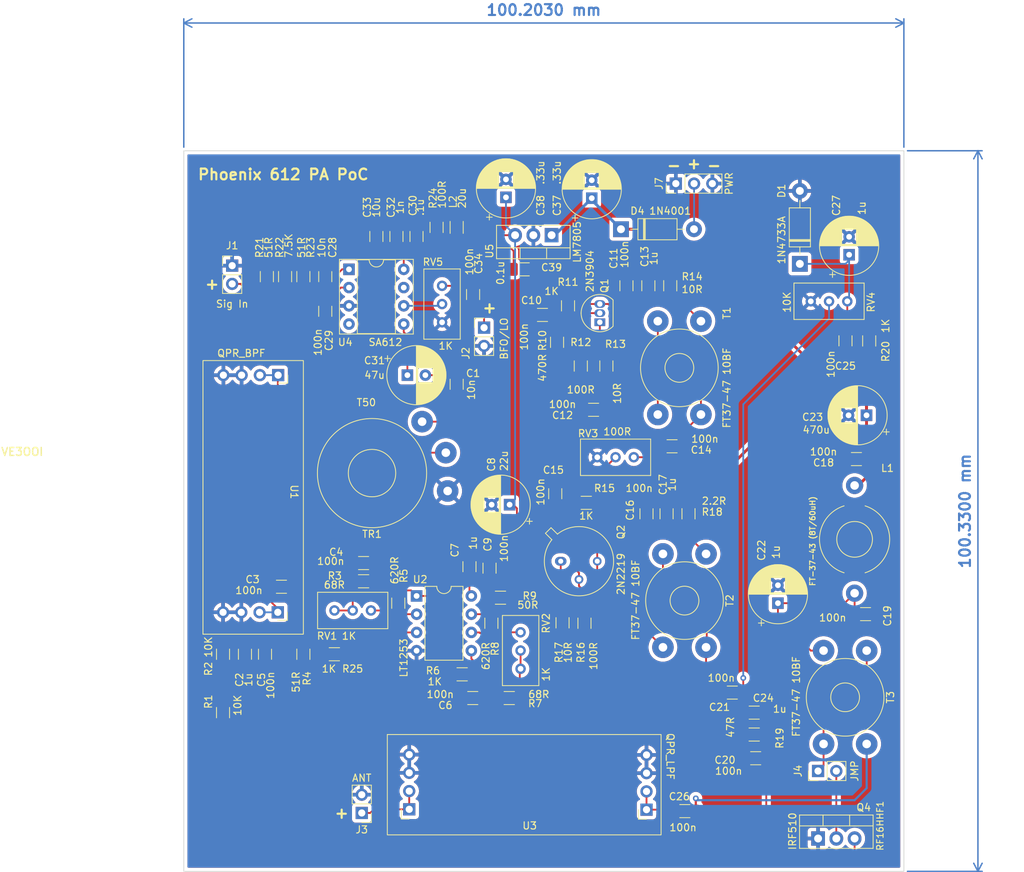
<source format=kicad_pcb>
(kicad_pcb (version 20211014) (generator pcbnew)
  (layers (0 "F.Cu" signal) (31 "B.Cu" power) (34 "B.Paste" user) (35 "F.Paste" user) (36 "B.SilkS" user "B.Silkscreen") (37 "F.SilkS" user "F.Silkscreen") (38 "B.Mask" user) (39 "F.Mask" user) (44 "Edge.Cuts" user))
  (net 0 "")
  (net 1 "IFPAOUT")
  (net 2 "Net-(C1-Pad2)")
  (net 3 "Net-(C2-Pad1)")
  (net 4 "GND")
  (net 5 "Net-(C3-Pad1)")
  (net 6 "Net-(C4-Pad1)")
  (net 7 "Net-(C6-Pad1)")
  (net 8 "TX5V")
  (net 9 "PA_IN")
  (net 10 "Net-(C10-Pad2)")
  (net 11 "Net-(C11-Pad1)")
  (net 12 "Net-(C12-Pad1)")
  (net 13 "Net-(C14-Pad2)")
  (net 14 "Net-(C15-Pad1)")
  (net 15 "Net-(C15-Pad2)")
  (net 16 "Net-(C16-Pad1)")
  (net 17 "TX12V")
  (net 18 "Net-(C20-Pad2)")
  (net 19 "Net-(C21-Pad1)")
  (net 20 "Net-(C25-Pad1)")
  (net 21 "Net-(C26-Pad1)")
  (net 22 "Net-(C26-Pad2)")
  (net 23 "Net-(C28-Pad1)")
  (net 24 "Net-(C28-Pad2)")
  (net 25 "Net-(C29-Pad1)")
  (net 26 "Net-(C30-Pad1)")
  (net 27 "Net-(C31-Pad1)")
  (net 28 "Net-(C34-Pad1)")
  (net 29 "Net-(C34-Pad2)")
  (net 30 "Net-(D4-Pad2)")
  (net 31 "Net-(J1-Pad2)")
  (net 32 "Net-(L2-Pad2)")
  (net 33 "Net-(Q2-Pad1)")
  (net 34 "Net-(R3-Pad1)")
  (net 35 "Net-(R5-Pad1)")
  (net 36 "Net-(R5-Pad2)")
  (net 37 "Net-(R6-Pad2)")
  (net 38 "Net-(R7-Pad1)")
  (net 39 "Net-(R8-Pad1)")
  (net 40 "Net-(R8-Pad2)")
  (net 41 "Net-(RV5-Pad2)")
  (net 42 "Net-(J3-Pad1)")
  (net 45 "Net-(Q1-Pad1)")
  (net 46 "Net-(Q1-Pad3)")
  (net 47 "Net-(C3-Pad2)")
  (net 48 "Net-(R25-Pad2)")
  (net 49 "Net-(C19-Pad1)")
  (net 50 "Net-(C20-Pad1)")
  (net 51 "Net-(Q2-Pad3)")
  (net 52 "Net-(Q4-Pad2)")
  (net 53 "Net-(U1-Pad1)")
  (net 54 "Net-(C14-Pad1)")
  (net 55 "Net-(T3-Pad2)")
  (footprint "Capacitor_SMD:C_1206_3216Metric" (layer "F.Cu") (at 63.754 73.152 90)
    (fp_text reference "C7")
    (fp_text value "1u")
  )
  (footprint "Resistor_SMD:R_1206_3216Metric" (layer "F.Cu") (at 66.802 81.026 -90)
    (fp_text reference "R8")
    (fp_text value "620R")
  )
  (footprint "Resistor_SMD:R_1206_3216Metric" (layer "F.Cu") (at 29.464 93.472 90)
    (fp_text reference "R1")
    (fp_text value "10K")
  )
  (footprint "Capacitor_SMD:C_1206_3216Metric" (layer "F.Cu") (at 81.026 51.308 180)
    (fp_text reference "C12")
    (fp_text value "100n")
  )
  (footprint "Capacitor_SMD:C_1206_3216Metric" (layer "F.Cu") (at 103.378 93.472)
    (fp_text reference "C24")
    (fp_text value "1u")
  )
  (footprint "Capacitor_SMD:C_1206_3216Metric" (layer "F.Cu") (at 100.33 90.678 180)
    (fp_text reference "C21")
    (fp_text value "100n")
  )
  (footprint "Capacitor_SMD:C_1206_3216Metric" (layer "F.Cu") (at 64.262 35.257 90)
    (fp_text reference "C34")
    (fp_text value "100n")
  )
  (footprint "Capacitor_THT:CP_Radial_D8.0mm_P2.50mm" (layer "F.Cu") (at 119.0087 52.07 180)
    (fp_text reference "C23")
    (fp_text value "470u")
  )
  (footprint "Capacitor_SMD:C_1206_3216Metric" (layer "F.Cu") (at 66.548 73.357 90)
    (fp_text reference "C9")
    (fp_text value "100n")
  )
  (footprint "Capacitor_SMD:C_1206_3216Metric" (layer "F.Cu") (at 43.688 37.592 -90)
    (fp_text reference "C29")
    (fp_text value "100n")
  )
  (footprint "Transformer_THT:Transformer_Toroid_Horizontal_D10.5mm_Amidon-T37" (layer "F.Cu") (at 90.678 71.374 -90)
    (fp_text reference "T2")
    (fp_text value "FT37-47 10BF")
  )
  (footprint "Resistor_SMD:R_1206_3216Metric" (layer "F.Cu") (at 53.848 78.232 90)
    (fp_text reference "R5")
    (fp_text value "620R")
  )
  (footprint "Resistor_SMD:R_1206_3216Metric" (layer "F.Cu") (at 82.804 45.212 90)
    (fp_text reference "R13")
    (fp_text value "10R")
  )
  (footprint "Transformer_THT:Transformer_Toroid_Horizontal_D10.5mm_Amidon-T37" (layer "F.Cu") (at 89.964 38.966 -90)
    (fp_text reference "T1")
    (fp_text value "FT37-47 10BF")
  )
  (footprint "Inductor_THT:L_Toroid_Horizontal_D9.5mm_P15.00mm_Diameter10-5mm_Amidon-T37" (layer "F.Cu") (at 117.348 61.842 -90)
    (fp_text reference "L1")
    (fp_text value "FT-37-43 (8T/60uH)")
  )
  (footprint "Capacitor_THT:CP_Radial_D8.0mm_P2.50mm" (layer "F.Cu") (at 80.772 21.844 90)
    (fp_text reference "C37")
    (fp_text value ".33u")
  )
  (footprint "Connector_PinHeader_2.54mm:PinHeader_1x02_P2.54mm_Vertical" (layer "F.Cu") (at 30.734 31.237)
    (fp_text reference "J1")
    (fp_text value "Sig In")
  )
  (footprint "Capacitor_SMD:C_1206_3216Metric" (layer "F.Cu") (at 64.213 91.44 180)
    (fp_text reference "C6")
    (fp_text value "100n")
  )
  (footprint "Potentiometer_THT:Potentiometer_Bourns_3296W_Vertical" (layer "F.Cu") (at 111.252 36.202 180)
    (fp_text reference "RV4")
    (fp_text value "10K")
  )
  (footprint "Capacitor_THT:CP_Radial_D8.0mm_P2.50mm" (layer "F.Cu") (at 68.834 21.7267 90)
    (fp_text reference "C38")
    (fp_text value ".33u")
  )
  (footprint "Resistor_SMD:R_1206_3216Metric" (layer "F.Cu") (at 68.072 77.47)
    (fp_text reference "R9")
    (fp_text value "50R")
  )
  (footprint "Potentiometer_THT:Potentiometer_Bourns_3296W_Vertical" (layer "F.Cu") (at 59.944 39.126 -90)
    (fp_text reference "RV5")
    (fp_text value "1K")
  )
  (footprint "Custom_RF:QRPLabs_Filter_TH" (layer "F.Cu") (at 78.232 101.6 180)
    (fp_text reference "U3")
    (fp_text value "QPR_LPF")
  )
  (footprint "Resistor_SMD:R_1206_3216Metric" (layer "F.Cu") (at 38.1 32.766 90)
    (fp_text reference "R22")
    (fp_text value "7.5K")
  )
  (footprint "Resistor_SMD:R_1206_3216Metric" (layer "F.Cu") (at 59.182 25.908 -90)
    (fp_text reference "R24")
    (fp_text value "100R")
  )
  (footprint "Capacitor_THT:CP_Radial_D8.0mm_P2.50mm" (layer "F.Cu") (at 106.68 78.232 90)
    (fp_text reference "C22")
    (fp_text value "1u")
  )
  (footprint "Capacitor_SMD:C_1206_3216Metric" (layer "F.Cu") (at 61.976 47.752 -90)
    (fp_text reference "C1")
    (fp_text value "10n")
  )
  (footprint "Package_TO_SOT_THT:TO-39-3" (layer "F.Cu") (at 76.454 72.39)
    (fp_text reference "Q2")
    (fp_text value "2N2219")
  )
  (footprint "Custom_RF:T50-1Tap-Close" (layer "F.Cu") (at 61.736 61.595 180)
    (fp_text reference "TR1")
    (fp_text value "T50 ")
  )
  (footprint "Capacitor_SMD:C_1206_3216Metric" (layer "F.Cu") (at 71.374 31.75)
    (fp_text reference "C39")
    (fp_text value "0.1u")
  )
  (footprint "Diode_THT:D_DO-41_SOD81_P10.16mm_Horizontal" (layer "F.Cu") (at 84.836 26.162)
    (fp_text reference "D4")
    (fp_text value "1N4001")
  )
  (footprint "Potentiometer_THT:Potentiometer_Bourns_3296W_Vertical" (layer "F.Cu") (at 50.048 79.248)
    (fp_text reference "RV1")
    (fp_text value "1K")
  )
  (footprint "Resistor_SMD:R_1206_3216Metric" (layer "F.Cu") (at 35.56 32.766 90)
    (fp_text reference "R21")
    (fp_text value "51R")
  )
  (footprint "Capacitor_THT:CP_Radial_D8.0mm_P2.50mm" (layer "F.Cu") (at 116.586 29.718 90)
    (fp_text reference "C27")
    (fp_text value "1u")
  )
  (footprint "Package_DIP:DIP-8_W7.62mm" (layer "F.Cu") (at 56.398 77.226)
    (fp_text reference "U2")
    (fp_text value "LT1253")
  )
  (footprint "Capacitor_SMD:C_1206_3216Metric" (layer "F.Cu") (at 88.646 34.036 90)
    (fp_text reference "C13")
    (fp_text value "1u")
  )
  (footprint "Capacitor_SMD:C_1206_3216Metric" (layer "F.Cu") (at 93.726 107.188 180)
    (fp_text reference "C26")
    (fp_text value "100n")
  )
  (footprint "Resistor_SMD:R_1206_3216Metric" (layer "F.Cu") (at 119.38 41.7175 90)
    (fp_text reference "R20")
    (fp_text value "1K")
  )
  (footprint "Resistor_SMD:R_1206_3216Metric" (layer "F.Cu") (at 94.234 65.786 90)
    (fp_text reference "R18")
    (fp_text value "2.2R")
  )
  (footprint "Connector_PinHeader_2.54mm:PinHeader_1x03_P2.54mm_Vertical" (layer "F.Cu") (at 92.471 19.812 90)
    (fp_text reference "J7")
    (fp_text value "PWR")
  )
  (footprint "Inductor_SMD:L_1206_3216Metric" (layer "F.Cu") (at 61.976 25.908 90)
    (fp_text reference "L2")
    (fp_text value "20u")
  )
  (footprint "Capacitor_SMD:C_1206_3216Metric" (layer "F.Cu") (at 53.594 27.178 90)
    (fp_text reference "C32")
    (fp_text value "1n")
  )
  (footprint "Transformer_THT:Transformer_Toroid_Horizontal_D10.5mm_Amidon-T37" (layer "F.Cu") (at 113.03 84.836 -90)
    (fp_text reference "T3")
    (fp_text value "FT37-47 10BF")
  )
  (footprint "Capacitor_THT:CP_Radial_D8.0mm_P2.50mm" (layer "F.Cu") (at 69.342 64.516 180)
    (fp_text reference "C8")
    (fp_text value "22u")
  )
  (footprint "Package_TO_SOT_THT:TO-220-3_Vertical" (layer "F.Cu") (at 75.184 26.995 180)
    (fp_text reference "U5")
    (fp_text value "LM7805")
  )
  (footprint "Resistor_SMD:R_1206_3216Metric" (layer "F.Cu") (at 29.464 85.344 90)
    (fp_text reference "R2")
    (fp_text value "10K")
  )
  (footprint "Resistor_SMD:R_1206_3216Metric" (layer "F.Cu") (at 40.64 85.344 -90)
    (fp_text reference "R4")
    (fp_text value "51R")
  )
  (footprint "Capacitor_SMD:C_1206_3216Metric" (layer "F.Cu") (at 88.392 65.786 90)
    (fp_text reference "C16")
    (fp_text value "100n")
  )
  (footprint "Custom_RF:QRPLabs_Filter_TH" (layer "F.Cu") (at 31.75 56.642 -90)
    (fp_text reference "U1")
    (fp_text value "QPR_BPF")
  )
  (footprint "Capacitor_SMD:C_1206_3216Metric" (layer "F.Cu") (at 116.078 41.705 -90)
    (fp_text reference "C25")
    (fp_text value "100n")
  )
  (footprint "Package_DIP:DIP-8_W7.62mm_Socket" (layer "F.Cu") (at 46.99 31.75)
    (fp_text reference "U4")
    (fp_text value "SA612")
  )
  (footprint "Capacitor_THT:CP_Radial_D8.0mm_P2.50mm" (layer "F.Cu") (at 55.118 46.482)
    (fp_text reference "C31")
    (fp_text value "47u")
  )
  (footprint "Capacitor_SMD:C_1206_3216Metric" (layer "F.Cu") (at 91.186 65.786 90)
    (fp_text reference "C17")
    (fp_text value "1u")
  )
  (footprint "Diode_THT:D_DO-41_SOD81_P10.16mm_Horizontal" (layer "F.Cu") (at 109.728 30.988 90)
    (fp_text reference "D1")
    (fp_text value "1N4733A")
  )
  (footprint "Capacitor_SMD:C_1206_3216Metric" (layer "F.Cu") (at 37.592 75.946)
    (fp_text reference "C3")
    (fp_text value "100n")
  )
  (footprint "Resistor_SMD:R_1206_3216Metric" (layer "F.Cu") (at 103.378 96.52)
    (fp_text reference "R19")
    (fp_text value "47R")
  )
  (footprint "Resistor_SMD:R_1206_3216Metric" (layer "F.Cu") (at 40.64 32.766 -90)
    (fp_text reference "R23")
    (fp_text value "51R")
  )
  (footprint "Resistor_SMD:R_1206_3216Metric" (layer "F.Cu") (at 44.958 85.344)
    (fp_text reference "R25")
    (fp_text value "1K")
  )
  (footprint "Resistor_SMD:R_1206_3216Metric" (layer "F.Cu") (at 76.708 80.9645 90)
    (fp_text reference "R17")
    (fp_text value "10R")
  )
  (footprint "Capacitor_SMD:C_1206_3216Metric" (layer "F.Cu") (at 56.388 27.178 90)
    (fp_text reference "C30")
    (fp_text value ".1u")
  )
  (footprint "Resistor_SMD:R_1206_3216Metric" (layer "F.Cu") (at 79.756 81.026 90)
    (fp_text reference "R16")
    (fp_text value "100R")
  )
  (footprint "Capacitor_SMD:C_1206_3216Metric" (layer "F.Cu") (at 73.914 38.1)
    (fp_text reference "C10")
    (fp_text value "100n")
  )
  (footprint "Capacitor_SMD:C_1206_3216Metric" (layer "F.Cu") (at 118.872 79.756)
    (fp_text reference "C19")
    (fp_text value "100n")
  )
  (footprint "Capacitor_SMD:C_1206_3216Metric" (layer "F.Cu") (at 32.512 85.344 90)
    (fp_text reference "C2")
    (fp_text value "1u")
  )
  (footprint "Resistor_SMD:R_1206_3216Metric" (layer "F.Cu") (at 62.738 88.138)
    (fp_text reference "R6")
    (fp_text value "1K")
  )
  (footprint "Capacitor_SMD:C_1206_3216Metric" (layer "F.Cu") (at 75.692 62.992 -90)
    (fp_text reference "C15")
    (fp_text value "100n")
  )
  (footprint "Potentiometer_THT:Potentiometer_Bourns_3296W_Vertical" (layer "F.Cu") (at 86.624 57.912)
    (fp_text reference "RV3")
    (fp_text value "100R")
  )
  (footprint "Connector_PinHeader_2.54mm:PinHeader_1x02_P2.54mm_Vertical" (layer "F.Cu") (at 65.786 39.873)
    (fp_text reference "J2")
    (fp_text value "BFO/LO")
  )
  (footprint "Connector_PinHeader_2.54mm:PinHeader_1x02_P2.54mm_Vertical" (layer "F.Cu") (at 48.768 107.442 180)
    (fp_text reference "J3")
    (fp_text value "ANT")
  )
  (footprint "Capacitor_SMD:C_1206_3216Metric" (layer "F.Cu") (at 117.602 58.166 180)
    (fp_text reference "C18")
    (fp_text value "100n")
  )
  (footprint "Capacitor_SMD:C_1206_3216Metric" (layer "F.Cu") (at 43.688 32.766 -90)
    (fp_text reference "C28")
    (fp_text value "10n")
  )
  (footprint "Capacitor_SMD:C_1206_3216Metric" (layer "F.Cu") (at 103.583 99.822)
    (fp_text reference "C20")
    (fp_text value "100n")
  )
  (footprint "Resistor_SMD:R_1206_3216Metric" (layer "F.Cu") (at 49.022 75.184)
    (fp_text reference "R3")
    (fp_text value "68R")
  )
  (footprint "Resistor_SMD:R_1206_3216Metric" (layer "F.Cu") (at 77.47 36.83 90)
    (fp_text reference "R11")
    (fp_text value "1K")
  )
  (footprint "Resistor_SMD:R_1206_3216Metric" (layer "F.Cu") (at 80.01 64.262)
    (fp_text reference "R15")
    (fp_text value "1K")
  )
  (footprint "Connector_PinHeader_2.54mm:PinHeader_1x02_P2.54mm_Vertical" (layer "F.Cu") (at 112.263 101.6 90)
    (fp_text reference "J4")
    (fp_text value "JMP")
  )
  (footprint "Capacitor_SMD:C_1206_3216Metric" (layer "F.Cu") (at 49.022 72.644 180)
    (fp_text reference "C4")
    (fp_text value "100n")
  )
  (footprint "Resistor_SMD:R_1206_3216Metric" (layer "F.Cu") (at 69.293 91.44 180)
    (fp_text reference "R7")
    (fp_text value "68R")
  )
  (footprint "Capacitor_SMD:C_1206_3216Metric" (layer "F.Cu") (at 91.948 56.388 180)
    (fp_text reference "C14")
    (fp_text value "100n")
  )
  (footprint "Potentiometer_THT:Potentiometer_Bourns_3296W_Vertical" (layer "F.Cu") (at 70.866 82.286 90)
    (fp_text reference "RV2")
    (fp_text value "1K")
  )
  (footprint "Resistor_SMD:R_1206_3216Metric" (layer "F.Cu") (at 75.946 41.91 90)
    (fp_text reference "R10")
    (fp_text value "470R")
  )
  (footprint "Resistor_SMD:R_1206_3216Metric" (layer "F.Cu") (at 79.248 45.212 90)
    (fp_text reference "R12")
    (fp_text value "100R")
  )
  (footprint "Package_TO_SOT_THT:TO-220-3_Vertical" (layer "F.Cu") (at 112.268 110.998)
    (fp_text reference "Q4")
    (fp_text value "IRF510")
  )
  (footprint "Capacitor_SMD:C_1206_3216Metric" (layer "F.Cu") (at 50.8 27.178 90)
    (fp_text reference "C33")
    (fp_text value "10u")
  )
  (footprint "Package_TO_SOT_THT:TO-92_Inline" (layer "F.Cu") (at 81.894 39.116 90)
    (fp_text reference "Q1")
    (fp_text value "2N3904")
  )
  (footprint "Capacitor_SMD:C_1206_3216Metric" (layer "F.Cu") (at 35.306 85.344 90)
    (fp_text reference "C5")
    (fp_text value "100n")
  )
  (footprint "Capacitor_SMD:C_1206_3216Metric" (layer "F.Cu") (at 85.598 34.036 90)
    (fp_text reference "C11")
    (fp_text value "100n")
  )
  (footprint "Resistor_SMD:R_1206_3216Metric" (layer "F.Cu") (at 91.694 34.036 90)
    (fp_text reference "R14")
    (fp_text value "10R")
  )
  (gr_rect (start 24.003 15.24) (end 124.206 115.57) (layer "Edge.Cuts") (width 0.1) (fill none))
  (gr_text "VE3OOI" (at 1.524 57.15) (layer "F.SilkS") (effects (font (size 1.1 1.1) (thickness 0.2))))
  (gr_text "+" (at 94.996 17.018) (layer "F.SilkS") (effects (font (size 1.5 1.5) (thickness 0.3))))
  (gr_text "RF16HHF1" (at 120.904 109.238 90) (layer "F.SilkS") (effects (font (size 0.9 0.9) (thickness 0.14))))
  (gr_text "+" (at 27.94 33.782) (layer "F.SilkS") (effects (font (size 1.5 1.5) (thickness 0.3))))
  (gr_text "-" (at 92.202 17.272) (layer "F.SilkS") (effects (font (size 1.5 1.5) (thickness 0.3))))
  (gr_text "+" (at 66.548 37.084) (layer "F.SilkS") (effects (font (size 1.5 1.5) (thickness 0.3))))
  (gr_text "-" (at 97.79 17.272) (layer "F.SilkS") (effects (font (size 1.5 1.5) (thickness 0.3))))
  (gr_text "+" (at 45.974 107.442) (layer "F.SilkS") (effects (font (size 1.5 1.5) (thickness 0.3))))
  (gr_text "Phoenix 612 PA PoC" (at 37.846 18.542) (layer "F.SilkS") (effects (font (size 1.5 1.5) (thickness 0.3))))
  (dimension (type aligned) (layer "B.Cu") (pts (xy 24.003 15.24) (xy 124.206 15.24)) (height -17.787051) (gr_text "100.2030 mm" (at 74.1045 -4.347051) (layer "B.Cu") (effects (font (size 1.5 1.5) (thickness 0.3)))) (format (units 3) (units_format 1) (precision 4)) (style (thickness 0.2) (arrow_length 1.27) (text_position_mode 0) (extension_height 0.58642) (extension_offset 0.5) keep_text_aligned))
  (dimension (type aligned) (layer "B.Cu") (pts (xy 124.206 15.24) (xy 124.206 115.57)) (height -10.304557) (gr_text "100.3300 mm" (at 132.710557 65.405 90) (layer "B.Cu") (effects (font (size 1.5 1.5) (thickness 0.3)))) (format (units 3) (units_format 1) (precision 4)) (style (thickness 0.2) (arrow_length 1.27) (text_position_mode 0) (extension_height 0.58642) (extension_offset 0.5) keep_text_aligned))
  (segment (start 57.618 46.482) (end 61.517 46.482) (width 0.25) (layer "F.Cu") (net 1))
  (segment (start 61.517 46.482) (end 61.722 46.277) (width 0.25) (layer "F.Cu") (net 1))
  (segment (start 60.325 52.959) (end 57.164 52.959) (width 0.25) (layer "F.Cu") (net 2))
  (segment (start 61.976 51.308) (end 60.325 52.959) (width 0.25) (layer "F.Cu") (net 2))
  (segment (start 61.976 49.227) (end 61.976 51.308) (width 0.25) (layer "F.Cu") (net 2))
  (segment (start 40.64 86.8065) (end 35.3185 86.8065) (width 0.25) (layer "F.Cu") (net 3))
  (segment (start 32.512 86.819) (end 35.306 86.819) (width 0.25) (layer "F.Cu") (net 3))
  (segment (start 32.4995 86.8065) (end 32.512 86.819) (width 0.25) (layer "F.Cu") (net 3))
  (segment (start 35.3185 86.8065) (end 35.306 86.819) (width 0.25) (layer "F.Cu") (net 3))
  (segment (start 29.464 86.8065) (end 32.4995 86.8065) (width 0.25) (layer "F.Cu") (net 3))
  (segment (start 29.464 92.0095) (end 29.464 86.8065) (width 0.25) (layer "F.Cu") (net 3))
  (segment (start 29.464 83.8815) (end 30.9755 83.8815) (width 0.25) (layer "F.Cu") (net 4))
  (segment (start 50.8 25.703) (end 53.34 25.703) (width 0.25) (layer "F.Cu") (net 4))
  (segment (start 32.4995 83.8815) (end 32.512 83.869) (width 0.25) (layer "F.Cu") (net 4))
  (segment (start 53.594 25.957) (end 56.388 25.957) (width 0.25) (layer "F.Cu") (net 4))
  (segment (start 35.306 83.869) (end 32.512 83.869) (width 0.25) (layer "F.Cu") (net 4))
  (segment (start 53.34 25.703) (end 53.594 25.957) (width 0.25) (layer "F.Cu") (net 4))
  (segment (start 30.9755 83.8815) (end 32.4995 83.8815) (width 0.25) (layer "F.Cu") (net 4))
  (segment (start 91.186 64.311) (end 88.392 64.311) (width 0.25) (layer "F.Cu") (net 4))
  (segment (start 76.708 82.427) (end 79.6945 82.427) (width 0.25) (layer "F.Cu") (net 4))
  (segment (start 79.6945 82.427) (end 79.756 82.4885) (width 0.25) (layer "F.Cu") (net 4))
  (segment (start 37.084 79.502) (end 37.084 78.994) (width 0.25) (layer "F.Cu") (net 5))
  (segment (start 35.814 76.249) (end 36.117 75.946) (width 0.25) (layer "F.Cu") (net 5))
  (segment (start 37.084 78.994) (end 35.814 77.724) (width 0.25) (layer "F.Cu") (net 5))
  (segment (start 35.814 77.724) (end 35.814 76.249) (width 0.25) (layer "F.Cu") (net 5))
  (segment (start 34.544 79.502) (end 37.084 79.502) (width 0.25) (layer "B.Cu") (net 5))
  (segment (start 50.497 72.644) (end 50.497 75.1715) (width 0.25) (layer "F.Cu") (net 6))
  (segment (start 50.497 75.1715) (end 50.4845 75.184) (width 0.25) (layer "F.Cu") (net 6))
  (segment (start 65.688 91.44) (end 67.8305 91.44) (width 0.25) (layer "F.Cu") (net 7))
  (segment (start 69.899 29.2105) (end 69.899 31.75) (width 0.25) (layer "F.Cu") (net 8))
  (segment (start 67.6835 26.995) (end 69.899 29.2105) (width 0.25) (layer "F.Cu") (net 8))
  (segment (start 66.548 74.832) (end 67.662 74.832) (width 0.25) (layer "F.Cu") (net 8))
  (segment (start 60.403 74.881) (end 55.118 69.596) (width 0.25) (layer "F.Cu") (net 8))
  (segment (start 70.358 65.024) (end 69.85 64.516) (width 0.25) (layer "F.Cu") (net 8))
  (segment (start 26.416 69.596) (end 25.4 70.612) (width 0.25) (layer "F.Cu") (net 8))
  (segment (start 25.4 70.612) (end 25.4 92.964) (width 0.25) (layer "F.Cu") (net 8))
  (segment (start 67.662 74.832) (end 70.358 72.136) (width 0.25) (layer "F.Cu") (net 8))
  (segment (start 63.754 74.881) (end 60.403 74.881) (width 0.25) (layer "F.Cu") (net 8))
  (segment (start 67.6835 26.995) (end 70.104 26.995) (width 0.25) (layer "F.Cu") (net 8))
  (segment (start 63.754 76.962) (end 64.018 77.226) (width 0.25) (layer "F.Cu") (net 8))
  (segment (start 66.548 74.832) (end 63.803 74.832) (width 0.25) (layer "F.Cu") (net 8))
  (segment (start 25.4 92.964) (end 27.3705 94.9345) (width 0.25) (layer "F.Cu") (net 8))
  (segment (start 61.976 27.483) (end 62.464 26.995) (width 0.25) (layer "F.Cu") (net 8))
  (segment (start 27.3705 94.9345) (end 29.464 94.9345) (width 0.25) (layer "F.Cu") (net 8))
  (segment (start 69.85 64.516) (end 69.342 64.516) (width 0.25) (layer "F.Cu") (net 8))
  (segment (start 63.754 74.881) (end 63.754 76.962) (width 0.25) (layer "F.Cu") (net 8))
  (segment (start 63.803 74.832) (end 63.754 74.881) (width 0.25) (layer "F.Cu") (net 8))
  (segment (start 70.358 72.136) (end 70.358 65.024) (width 0.25) (layer "F.Cu") (net 8))
  (segment (start 55.118 69.596) (end 26.416 69.596) (width 0.25) (layer "F.Cu") (net 8))
  (segment (start 62.464 26.995) (end 67.6835 26.995) (width 0.25) (layer "F.Cu") (net 8))
  (segment (start 68.834 25.725) (end 70.104 26.995) (width 0.25) (layer "B.Cu") (net 8))
  (segment (start 70.104 26.995) (end 70.104 63.754) (width 0.25) (layer "B.Cu") (net 8))
  (segment (start 68.834 21.7267) (end 68.834 25.725) (width 0.25) (layer "B.Cu") (net 8))
  (segment (start 70.104 63.754) (end 69.342 64.516) (width 0.25) (layer "B.Cu") (net 8))
  (segment (start 72.439 74.5655) (end 69.5345 77.47) (width 0.25) (layer "F.Cu") (net 9))
  (segment (start 72.439 38.1) (end 72.439 74.5655) (width 0.25) (layer "F.Cu") (net 9))
  (segment (start 75.946 40.4475) (end 77.47 38.9235) (width 0.25) (layer "F.Cu") (net 10))
  (segment (start 75.389 38.1) (end 77.2775 38.1) (width 0.25) (layer "F.Cu") (net 10))
  (segment (start 77.9165 37.846) (end 81.894 37.846) (width 0.25) (layer "F.Cu") (net 10))
  (segment (start 77.47 38.2925) (end 77.9165 37.846) (width 0.25) (layer "F.Cu") (net 10))
  (segment (start 77.47 38.9235) (end 77.47 38.2925) (width 0.25) (layer "F.Cu") (net 10))
  (segment (start 77.2775 38.1) (end 77.47 38.2925) (width 0.25) (layer "F.Cu") (net 10))
  (segment (start 91.694 35.4985) (end 92.4965 35.4985) (width 0.25) (layer "F.Cu") (net 11))
  (segment (start 88.8875 35.7525) (end 88.646 35.511) (width 0.25) (layer "F.Cu") (net 11))
  (segment (start 91.694 35.7525) (end 88.8875 35.7525) (width 0.25) (layer "F.Cu") (net 11))
  (segment (start 88.646 35.511) (end 85.598 35.511) (width 0.25) (layer "F.Cu") (net 11))
  (segment (start 92.4965 35.4985) (end 95.964 38.966) (width 0.25) (layer "F.Cu") (net 11))
  (segment (start 82.804 46.6745) (end 82.501 46.9775) (width 0.25) (layer "F.Cu") (net 12))
  (segment (start 82.501 46.9775) (end 82.501 51.308) (width 0.25) (layer "F.Cu") (net 12))
  (segment (start 88.949 57.912) (end 90.473 56.388) (width 0.25) (layer "F.Cu") (net 13))
  (segment (start 86.624 57.912) (end 88.949 57.912) (width 0.25) (layer "F.Cu") (net 13))
  (segment (start 84.084 57.912) (end 80.479 61.517) (width 0.25) (layer "F.Cu") (net 14))
  (segment (start 80.479 61.517) (end 75.692 61.517) (width 0.25) (layer "F.Cu") (net 14))
  (segment (start 75.692 64.467) (end 78.3425 64.467) (width 0.25) (layer "F.Cu") (net 15))
  (segment (start 78.994 74.93) (end 78.994 75.8551) (width 0.25) (layer "F.Cu") (net 15))
  (segment (start 79.756 76.6171) (end 79.756 79.5635) (width 0.25) (layer "F.Cu") (net 15))
  (segment (start 78.994 74.93) (end 78.994 74.0049) (width 0.25) (layer "F.Cu") (net 15))
  (segment (start 78.3425 64.467) (end 78.3425 73.3534) (width 0.25) (layer "F.Cu") (net 15))
  (segment (start 78.3425 73.3534) (end 78.994 74.0049) (width 0.25) (layer "F.Cu") (net 15))
  (segment (start 78.3425 64.467) (end 78.5475 64.262) (width 0.25) (layer "F.Cu") (net 15))
  (segment (start 78.994 75.8551) (end 79.756 76.6171) (width 0.25) (layer "F.Cu") (net 15))
  (segment (start 88.392 67.261) (end 91.186 67.261) (width 0.25) (layer "F.Cu") (net 16))
  (segment (start 94.2215 67.261) (end 94.234 67.2485) (width 0.25) (layer "F.Cu") (net 16))
  (segment (start 94.234 67.2485) (end 94.234 68.93) (width 0.25) (layer "F.Cu") (net 16))
  (segment (start 94.234 68.93) (end 96.678 71.374) (width 0.25) (layer "F.Cu") (net 16))
  (segment (start 91.186 67.261) (end 94.2215 67.261) (width 0.25) (layer "F.Cu") (net 16))
  (segment (start 94.9145 64.3235) (end 112.893 46.345) (width 0.4) (layer "F.Cu") (net 17))
  (segment (start 84.836 26.162) (end 88.138 26.162) (width 0.4) (layer "F.Cu") (net 17))
  (segment (start 119.009 43.5513) (end 119.009 46.345) (width 0.4) (layer "F.Cu") (net 17))
  (segment (start 91.567 29.591) (end 91.694 29.718) (width 0.4) (layer "F.Cu") (net 17))
  (segment (start 112.893 46.345) (end 119.009 46.345) (width 0.4) (layer "F.Cu") (net 17))
  (segment (start 119.38 43.18) (end 119.009 43.5513) (width 0.4) (layer "F.Cu") (net 17))
  (segment (start 119.009 50.8245) (end 119.009 58.0977) (width 0.4) (layer "F.Cu") (net 17))
  (segment (start 119.0087 50.8248) (end 119.0087 52.07) (width 0.4) (layer "F.Cu") (net 17))
  (segment (start 119.009 46.345) (end 119.009 50.8245) (width 0.4) (layer "F.Cu") (net 17))
  (segment (start 119.009 50.8245) (end 119.0087 50.8248) (width 0.4) (layer "F.Cu") (net 17))
  (segment (start 96.139 29.591) (end 112.893 46.345) (width 0.4) (layer "F.Cu") (net 17))
  (segment (start 94.234 64.3235) (end 94.9145 64.3235) (width 0.4) (layer "F.Cu") (net 17))
  (segment (start 91.694 29.718) (end 91.694 32.8275) (width 0.4) (layer "F.Cu") (net 17))
  (segment (start 91.567 29.591) (end 96.139 29.591) (width 0.4) (layer "F.Cu") (net 17))
  (segment (start 88.138 26.162) (end 91.567 29.591) (width 0.4) (layer "F.Cu") (net 17))
  (segment (start 119.009 58.0977) (end 119.077 58.166) (width 0.4) (layer "F.Cu") (net 17))
  (segment (start 119.077 60.621) (end 117.7033 61.9947) (width 0.4) (layer "F.Cu") (net 17))
  (segment (start 119.077 58.166) (end 119.077 60.621) (width 0.4) (layer "F.Cu") (net 17))
  (segment (start 75.184 26.995) (end 75.621 26.995) (width 0.4) (layer "B.Cu") (net 17))
  (segment (start 75.621 26.995) (end 80.772 21.844) (width 0.4) (layer "B.Cu") (net 17))
  (segment (start 80.772 22.098) (end 80.772 21.844) (width 0.4) (layer "B.Cu") (net 17))
  (segment (start 84.836 26.162) (end 80.772 22.098) (width 0.4) (layer "B.Cu") (net 17))
  (segment (start 116.332 113.792) (end 117.348 112.776) (width 0.25) (layer "F.Cu") (net 18))
  (segment (start 105.058 111.154) (end 107.696 113.792) (width 0.25) (layer "F.Cu") (net 18))
  (segment (start 117.348 112.776) (end 117.348 110.998) (width 0.25) (layer "F.Cu") (net 18))
  (segment (start 105.058 96.7375) (end 104.8405 96.52) (width 0.25) (layer "F.Cu") (net 18))
  (segment (start 107.696 113.792) (end 116.332 113.792) (width 0.25) (layer "F.Cu") (net 18))
  (segment (start 105.058 99.822) (end 105.058 111.154) (width 0.25) (layer "F.Cu") (net 18))
  (segment (start 105.058 99.822) (end 105.058 96.7375) (width 0.25) (layer "F.Cu") (net 18))
  (segment (start 101.903 93.472) (end 101.903 96.5075) (width 0.25) (layer "F.Cu") (net 19))
  (segment (start 101.805 93.374) (end 101.903 93.472) (width 0.25) (layer "F.Cu") (net 19))
  (segment (start 101.854 90.629) (end 101.805 90.678) (width 0.25) (layer "F.Cu") (net 19))
  (segment (start 101.854 88.646) (end 101.854 90.629) (width 0.25) (layer "F.Cu") (net 19))
  (segment (start 101.903 96.5075) (end 101.9155 96.52) (width 0.25) (layer "F.Cu") (net 19))
  (segment (start 101.805 90.678) (end 101.805 93.374) (width 0.25) (layer "F.Cu") (net 19))
  (via (at 101.854 88.646) (size 0.8) (drill 0.4) (layers "F.Cu" "B.Cu") (net 19))
  (segment (start 101.854 50.546) (end 101.854 88.646) (width 0.25) (layer "B.Cu") (net 19))
  (segment (start 113.792 38.608) (end 102.87 49.53) (width 0.25) (layer "B.Cu") (net 19))
  (segment (start 102.87 49.53) (end 101.854 50.546) (width 0.25) (layer "B.Cu") (net 19))
  (segment (start 113.792 36.202) (end 113.792 38.608) (width 0.25) (layer "B.Cu") (net 19))
  (segment (start 116.103 40.255) (end 119.38 40.255) (width 0.25) (layer "F.Cu") (net 20))
  (segment (start 116.078 40.23) (end 116.103 40.255) (width 0.25) (layer "F.Cu") (net 20))
  (segment (start 116.332 39.976) (end 116.078 40.23) (width 0.25) (layer "F.Cu") (net 20))
  (segment (start 116.332 36.202) (end 116.332 39.976) (width 0.25) (layer "F.Cu") (net 20))
  (segment (start 116.586 35.948) (end 116.332 36.202) (width 0.25) (layer "B.Cu") (net 20))
  (segment (start 116.078 30.988) (end 116.586 30.48) (width 0.25) (layer "B.Cu") (net 20))
  (segment (start 109.728 30.988) (end 116.078 30.988) (width 0.25) (layer "B.Cu") (net 20))
  (segment (start 116.586 30.48) (end 116.586 35.948) (width 0.25) (layer "B.Cu") (net 20))
  (segment (start 95.25 107.139) (end 95.201 107.188) (width 0.3) (layer "F.Cu") (net 21))
  (segment (start 95.25 105.41) (end 95.25 107.139) (width 0.3) (layer "F.Cu") (net 21))
  (via (at 95.25 105.41) (size 0.8) (drill 0.4) (layers "F.Cu" "B.Cu") (net 21))
  (segment (start 119.03 103.982) (end 117.348 105.664) (width 0.3) (layer "B.Cu") (net 21))
  (segment (start 117.348 105.664) (end 95.504 105.664) (width 0.3) (layer "B.Cu") (net 21))
  (segment (start 119.03 97.836) (end 119.03 103.982) (width 0.3) (layer "B.Cu") (net 21))
  (segment (start 95.504 105.664) (end 95.25 105.41) (width 0.3) (layer "B.Cu") (net 21))
  (segment (start 92.043 106.98) (end 92.251 107.188) (width 0.25) (layer "F.Cu") (net 22))
  (segment (start 88.392 104.44) (end 88.392 106.98) (width 0.25) (layer "F.Cu") (net 22))
  (segment (start 88.392 106.98) (end 92.043 106.98) (width 0.25) (layer "F.Cu") (net 22))
  (segment (start 43.942 31.291) (end 40.6525 31.291) (width 0.25) (layer "F.Cu") (net 23))
  (segment (start 40.6525 31.291) (end 40.64 31.3035) (width 0.25) (layer "F.Cu") (net 23))
  (segment (start 38.1 31.3035) (end 40.64 31.3035) (width 0.25) (layer "F.Cu") (net 23))
  (segment (start 46.99 31.75) (end 46.0341 31.75) (width 0.25) (layer "F.Cu") (net 24))
  (segment (start 46.0341 31.75) (end 45.466 32.3181) (width 0.25) (layer "F.Cu") (net 24))
  (segment (start 45.466 32.717) (end 43.942 34.241) (width 0.25) (layer "F.Cu") (net 24))
  (segment (start 45.466 32.3181) (end 45.466 32.717) (width 0.25) (layer "F.Cu") (net 24))
  (segment (start 44.0379 36.117) (end 43.942 36.117) (width 0.25) (layer "F.Cu") (net 25))
  (segment (start 46.99 34.29) (end 45.8649 34.29) (width 0.25) (layer "F.Cu") (net 25))
  (segment (start 45.8649 34.29) (end 44.0379 36.117) (width 0.25) (layer "F.Cu") (net 25))
  (segment (start 56.388 28.907) (end 53.594 28.907) (width 0.25) (layer "F.Cu") (net 26))
  (segment (start 59.182 27.3705) (end 59.182 27.94) (width 0.25) (layer "F.Cu") (net 26))
  (segment (start 56.437 28.956) (end 56.388 28.907) (width 0.25) (layer "F.Cu") (net 26))
  (segment (start 51.054 28.907) (end 50.8 28.653) (width 0.25) (layer "F.Cu") (net 26))
  (segment (start 54.61 29.923) (end 54.61 31.75) (width 0.25) (layer "F.Cu") (net 26))
  (segment (start 53.594 28.907) (end 51.054 28.907) (width 0.25) (layer "F.Cu") (net 26))
  (segment (start 59.182 27.94) (end 58.166 28.956) (width 0.25) (layer "F.Cu") (net 26))
  (segment (start 53.594 28.907) (end 54.61 29.923) (width 0.25) (layer "F.Cu") (net 26))
  (segment (start 58.166 28.956) (end 56.437 28.956) (width 0.25) (layer "F.Cu") (net 26))
  (segment (start 55.118 46.482) (end 55.118 41.0031) (width 0.25) (layer "F.Cu") (net 27))
  (segment (start 54.61 39.37) (end 54.61 40.4951) (width 0.25) (layer "F.Cu") (net 27))
  (segment (start 55.118 41.0031) (end 54.61 40.4951) (width 0.25) (layer "F.Cu") (net 27))
  (segment (start 65.786 38.256) (end 65.786 39.873) (width 0.25) (layer "F.Cu") (net 28))
  (segment (start 64.262 36.732) (end 65.786 38.256) (width 0.25) (layer "F.Cu") (net 28))
  (segment (start 63.998 34.046) (end 64.262 33.782) (width 0.25) (layer "F.Cu") (net 29))
  (segment (start 59.944 34.046) (end 63.998 34.046) (width 0.25) (layer "F.Cu") (net 29))
  (segment (start 95.011 26.147) (end 94.996 26.162) (width 0.25) (layer "B.Cu") (net 30))
  (segment (start 95.011 19.812) (end 95.011 26.147) (width 0.25) (layer "B.Cu") (net 30))
  (segment (start 38.1 34.2285) (end 35.56 34.2285) (width 0.25) (layer "F.Cu") (net 31))
  (segment (start 30.734 33.777) (end 31.9091 33.777) (width 0.25) (layer "F.Cu") (net 31))
  (segment (start 35.56 34.2285) (end 32.3606 34.2285) (width 0.25) (layer "F.Cu") (net 31))
  (segment (start 32.3606 34.2285) (end 31.9091 33.777) (width 0.25) (layer "F.Cu") (net 31))
  (segment (start 61.976 24.333) (end 59.2945 24.333) (width 0.25) (layer "F.Cu") (net 32))
  (segment (start 59.2945 24.333) (end 59.182 24.4455) (width 0.25) (layer "F.Cu") (net 32))
  (segment (start 76.454 79.248) (end 76.708 79.502) (width 0.25) (layer "F.Cu") (net 33))
  (segment (start 76.454 72.39) (end 76.454 79.248) (width 0.25) (layer "F.Cu") (net 33))
  (segment (start 47.508 75.2355) (end 47.5595 75.184) (width 0.25) (layer "F.Cu") (net 34))
  (segment (start 44.968 79.248) (end 47.508 79.248) (width 0.25) (layer "F.Cu") (net 34))
  (segment (start 47.508 79.248) (end 47.508 75.2355) (width 0.25) (layer "F.Cu") (net 34))
  (segment (start 56.398 79.766) (end 53.9195 79.766) (width 0.25) (layer "F.Cu") (net 35))
  (segment (start 53.4015 79.248) (end 53.848 79.6945) (width 0.25) (layer "F.Cu") (net 35))
  (segment (start 50.048 79.248) (end 53.4015 79.248) (width 0.25) (layer "F.Cu") (net 35))
  (segment (start 53.9195 79.766) (end 53.848 79.6945) (width 0.25) (layer "F.Cu") (net 35))
  (segment (start 56.398 77.226) (end 55.626 76.454) (width 0.25) (layer "F.Cu") (net 36))
  (segment (start 60.198 87.122) (end 61.214 88.138) (width 0.25) (layer "F.Cu") (net 36))
  (segment (start 58.684 77.226) (end 60.198 78.74) (width 0.25) (layer "F.Cu") (net 36))
  (segment (start 60.198 78.74) (end 60.198 87.122) (width 0.25) (layer "F.Cu") (net 36))
  (segment (start 61.214 88.138) (end 61.2755 88.138) (width 0.25) (layer "F.Cu") (net 36))
  (segment (start 54.1635 76.454) (end 53.848 76.7695) (width 0.25) (layer "F.Cu") (net 36))
  (segment (start 56.398 77.226) (end 58.684 77.226) (width 0.25) (layer "F.Cu") (net 36))
  (segment (start 55.626 76.454) (end 54.1635 76.454) (width 0.25) (layer "F.Cu") (net 36))
  (segment (start 64.018 85.9711) (end 64.2005 86.1536) (width 0.25) (layer "F.Cu") (net 37))
  (segment (start 64.018 84.846) (end 64.018 85.9711) (width 0.25) (layer "F.Cu") (net 37))
  (segment (start 64.2005 86.1536) (end 64.2005 88.138) (width 0.25) (layer "F.Cu") (net 37))
  (segment (start 70.866 87.366) (end 70.7555 87.4765) (width 0.25) (layer "F.Cu") (net 38))
  (segment (start 70.7555 87.4765) (end 70.7555 91.44) (width 0.25) (layer "F.Cu") (net 38))
  (segment (start 70.866 87.366) (end 70.866 84.826) (width 0.25) (layer "F.Cu") (net 38))
  (segment (start 66.6095 79.371) (end 66.6095 77.47) (width 0.25) (layer "F.Cu") (net 39))
  (segment (start 66.5995 79.766) (end 66.802 79.5635) (width 0.25) (layer "F.Cu") (net 39))
  (segment (start 66.802 79.5635) (end 66.6095 79.371) (width 0.25) (layer "F.Cu") (net 39))
  (segment (start 64.018 79.766) (end 66.5995 79.766) (width 0.25) (layer "F.Cu") (net 39))
  (segment (start 70.866 82.286) (end 66.9032 82.286) (width 0.25) (layer "F.Cu") (net 40))
  (segment (start 64.018 82.306) (end 65.1431 82.306) (width 0.25) (layer "F.Cu") (net 40))
  (segment (start 66.802 82.3872) (end 65.2243 82.3872) (width 0.25) (layer "F.Cu") (net 40))
  (segment (start 66.802 82.3872) (end 66.802 82.4885) (width 0.25) (layer "F.Cu") (net 40))
  (segment (start 66.9032 82.286) (end 66.802 82.3872) (width 0.25) (layer "F.Cu") (net 40))
  (segment (start 65.2243 82.3872) (end 65.1431 82.306) (width 0.25) (layer "F.Cu") (net 40))
  (segment (start 59.7 36.83) (end 59.944 36.586) (width 0.25) (layer "B.Cu") (net 41))
  (segment (start 54.61 36.83) (end 59.7 36.83) (width 0.25) (layer "B.Cu") (net 41))
  (segment (start 48.768 107.442) (end 49.9431 107.442) (width 0.25) (layer "F.Cu") (net 42))
  (segment (start 55.372 106.934) (end 55.372 105.5691) (width 0.25) (layer "F.Cu") (net 42))
  (segment (start 55.372 106.934) (end 50.4511 106.934) (width 0.25) (layer "F.Cu") (net 42))
  (segment (start 55.372 104.394) (end 55.372 105.5691) (width 0.25) (layer "F.Cu") (net 42))
  (segment (start 50.4511 106.934) (end 49.9431 107.442) (width 0.25) (layer "F.Cu") (net 42))
  (segment (start 81.894 43.7495) (end 82.804 43.7495) (width 0.25) (layer "F.Cu") (net 45))
  (segment (start 79.248 43.7495) (end 81.894 43.7495) (width 0.25) (layer "F.Cu") (net 45))
  (segment (start 81.894 43.7495) (end 81.894 39.9661) (width 0.25) (layer "F.Cu") (net 45))
  (segment (start 81.894 39.116) (end 81.894 39.9661) (width 0.25) (layer "F.Cu") (net 45))
  (segment (start 83.058 36.576) (end 86.614 40.132) (width 0.25) (layer "F.Cu") (net 46))
  (segment (start 78.8015 35.3675) (end 80.01 36.576) (width 0.25) (layer "F.Cu") (net 46))
  (segment (start 86.614 46.482) (end 89.964 49.832) (width 0.25) (layer "F.Cu") (net 46))
  (segment (start 77.47 35.3675) (end 78.8015 35.3675) (width 0.25) (layer "F.Cu") (net 46))
  (segment (start 86.614 40.132) (end 86.614 46.482) (width 0.25) (layer "F.Cu") (net 46))
  (segment (start 81.894 36.576) (end 83.058 36.576) (width 0.25) (layer "F.Cu") (net 46))
  (segment (start 80.01 36.576) (end 81.894 36.576) (width 0.25) (layer "F.Cu") (net 46))
  (segment (start 89.964 49.832) (end 89.964 51.966) (width 0.25) (layer "F.Cu") (net 46))
  (segment (start 39.067 75.946) (end 39.116 75.946) (width 0.25) (layer "F.Cu") (net 47))
  (segment (start 40.64 77.47) (end 40.64 83.8815) (width 0.25) (layer "F.Cu") (net 47))
  (segment (start 39.116 75.946) (end 40.64 77.47) (width 0.25) (layer "F.Cu") (net 47))
  (segment (start 42.033 83.8815) (end 43.4955 85.344) (width 0.25) (layer "F.Cu") (net 47))
  (segment (start 42.033 83.8815) (end 40.64 83.8815) (width 0.25) (layer "F.Cu") (net 47))
  (segment (start 54.112 82.306) (end 56.398 82.306) (width 0.25) (layer "F.Cu") (net 48))
  (segment (start 46.4205 85.344) (end 51.054 85.344) (width 0.25) (layer "F.Cu") (net 48))
  (segment (start 51.054 85.344) (end 54.102 82.296) (width 0.25) (layer "F.Cu") (net 48))
  (segment (start 54.102 82.296) (end 54.112 82.306) (width 0.25) (layer "F.Cu") (net 48))
  (segment (start 111.252 84.836) (end 113.03 84.836) (width 0.25) (layer "F.Cu") (net 49))
  (segment (start 106.68 80.264) (end 111.252 84.836) (width 0.25) (layer "F.Cu") (net 49))
  (segment (start 115.958 78.232) (end 117.348 76.842) (width 0.25) (layer "F.Cu") (net 49))
  (segment (start 117.348 79.707) (end 117.397 79.756) (width 0.25) (layer "F.Cu") (net 49))
  (segment (start 106.68 78.232) (end 115.958 78.232) (width 0.25) (layer "F.Cu") (net 49))
  (segment (start 106.68 78.232) (end 106.68 80.264) (width 0.25) (layer "F.Cu") (net 49))
  (segment (start 117.348 76.842) (end 117.348 79.707) (width 0.25) (layer "F.Cu") (net 49))
  (segment (start 90.678 75.184) (end 96.774 81.28) (width 0.25) (layer "F.Cu") (net 50))
  (segment (start 90.678 71.374) (end 90.678 75.184) (width 0.25) (layer "F.Cu") (net 50))
  (segment (start 96.678 98.202) (end 96.678 84.374) (width 0.25) (layer "F.Cu") (net 50))
  (segment (start 96.774 84.278) (end 96.678 84.374) (width 0.25) (layer "F.Cu") (net 50))
  (segment (start 98.298 99.822) (end 96.678 98.202) (width 0.25) (layer "F.Cu") (net 50))
  (segment (start 96.774 81.28) (end 96.774 84.278) (width 0.25) (layer "F.Cu") (net 50))
  (segment (start 102.108 99.822) (end 98.298 99.822) (width 0.25) (layer "F.Cu") (net 50))
  (segment (start 81.534 64.3235) (end 81.534 72.39) (width 0.25) (layer "F.Cu") (net 51))
  (segment (start 81.534 75.23) (end 90.678 84.374) (width 0.25) (layer "F.Cu") (net 51))
  (segment (start 81.4725 64.262) (end 81.534 64.3235) (width 0.25) (layer "F.Cu") (net 51))
  (segment (start 81.534 72.39) (end 81.534 75.23) (width 0.25) (layer "F.Cu") (net 51))
  (segment (start 114.803 110.993) (end 114.808 110.998) (width 0.25) (layer "F.Cu") (net 52))
  (segment (start 114.803 101.6) (end 114.803 110.993) (width 0.25) (layer "F.Cu") (net 52))
  (segment (start 41.021 57.277) (end 37.084 53.34) (width 0.25) (layer "F.Cu") (net 53))
  (segment (start 37.084 53.34) (end 37.084 46.528) (width 0.25) (layer "F.Cu") (net 53))
  (segment (start 60.466 57.277) (end 41.021 57.277) (width 0.25) (layer "F.Cu") (net 53))
  (segment (start 37.084 46.528) (end 37.13 46.482) (width 0.25) (layer "F.Cu") (net 53))
  (segment (start 34.59 46.482) (end 37.13 46.482) (width 0.25) (layer "B.Cu") (net 53))
  (segment (start 93.423 56.388) (end 93.423 54.507) (width 0.25) (layer "F.Cu") (net 54))
  (segment (start 95.964 48.466) (end 95.964 51.966) (width 0.25) (layer "F.Cu") (net 54))
  (segment (start 89.964 42.466) (end 95.964 48.466) (width 0.25) (layer "F.Cu") (net 54))
  (segment (start 93.423 54.507) (end 95.964 51.966) (width 0.25) (layer "F.Cu") (net 54))
  (segment (start 89.964 38.966) (end 89.964 42.466) (width 0.25) (layer "F.Cu") (net 54))
  (segment (start 113.03 94.234) (end 113.03 97.836) (width 0.25) (layer "F.Cu") (net 55))
  (segment (start 113.03 100.833) (end 112.263 101.6) (width 0.25) (layer "F.Cu") (net 55))
  (segment (start 119.03 88.234) (end 113.03 94.234) (width 0.25) (layer "F.Cu") (net 55))
  (segment (start 119.03 84.836) (end 119.03 88.234) (width 0.25) (layer "F.Cu") (net 55))
  (segment (start 113.03 97.836) (end 113.03 100.833) (width 0.25) (layer "F.Cu") (net 55))
  (zone (net 4) (net_name "GND") (layers F&B.Cu) (connect_pads (clearance 0.508)) (min_thickness 0.254) (fill yes (thermal_gap 0.508) (thermal_bridge_width 0.508))
    (polygon (pts (xy 124.206 115.57) (xy 24.13 115.57) (xy 24.13 15.24) (xy 124.206 15.24)))
  )
)
</source>
